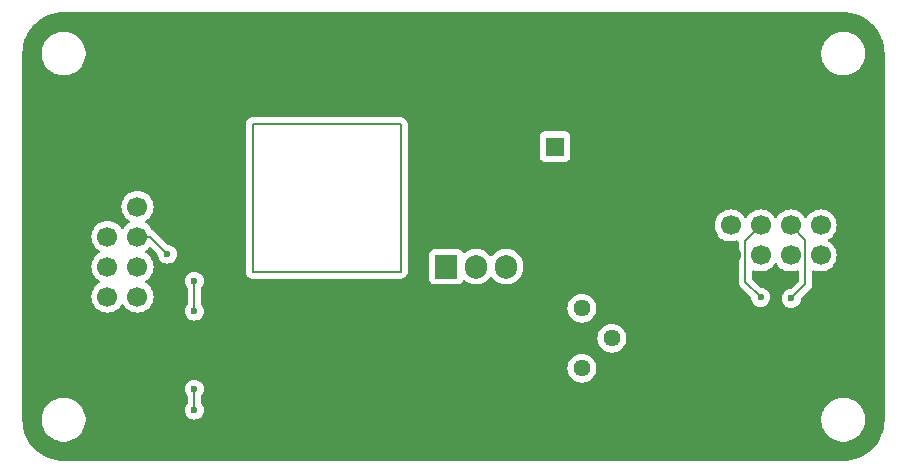
<source format=gbr>
%TF.GenerationSoftware,KiCad,Pcbnew,8.0.3*%
%TF.CreationDate,2024-06-06T01:49:00+12:00*%
%TF.ProjectId,power_supply,706f7765-725f-4737-9570-706c792e6b69,0.1.1*%
%TF.SameCoordinates,Original*%
%TF.FileFunction,Copper,L2,Bot*%
%TF.FilePolarity,Positive*%
%FSLAX46Y46*%
G04 Gerber Fmt 4.6, Leading zero omitted, Abs format (unit mm)*
G04 Created by KiCad (PCBNEW 8.0.3) date 2024-06-06 01:49:00*
%MOMM*%
%LPD*%
G01*
G04 APERTURE LIST*
G04 Aperture macros list*
%AMRoundRect*
0 Rectangle with rounded corners*
0 $1 Rounding radius*
0 $2 $3 $4 $5 $6 $7 $8 $9 X,Y pos of 4 corners*
0 Add a 4 corners polygon primitive as box body*
4,1,4,$2,$3,$4,$5,$6,$7,$8,$9,$2,$3,0*
0 Add four circle primitives for the rounded corners*
1,1,$1+$1,$2,$3*
1,1,$1+$1,$4,$5*
1,1,$1+$1,$6,$7*
1,1,$1+$1,$8,$9*
0 Add four rect primitives between the rounded corners*
20,1,$1+$1,$2,$3,$4,$5,0*
20,1,$1+$1,$4,$5,$6,$7,0*
20,1,$1+$1,$6,$7,$8,$9,0*
20,1,$1+$1,$8,$9,$2,$3,0*%
G04 Aperture macros list end*
%TA.AperFunction,NonConductor*%
%ADD10C,0.200000*%
%TD*%
%TA.AperFunction,ComponentPad*%
%ADD11R,1.905000X2.000000*%
%TD*%
%TA.AperFunction,ComponentPad*%
%ADD12O,1.905000X2.000000*%
%TD*%
%TA.AperFunction,ComponentPad*%
%ADD13RoundRect,0.250000X-0.600000X-0.600000X0.600000X-0.600000X0.600000X0.600000X-0.600000X0.600000X0*%
%TD*%
%TA.AperFunction,ComponentPad*%
%ADD14C,1.700000*%
%TD*%
%TA.AperFunction,ComponentPad*%
%ADD15RoundRect,0.250000X0.600000X-0.600000X0.600000X0.600000X-0.600000X0.600000X-0.600000X-0.600000X0*%
%TD*%
%TA.AperFunction,ComponentPad*%
%ADD16R,1.600000X1.600000*%
%TD*%
%TA.AperFunction,ComponentPad*%
%ADD17C,1.600000*%
%TD*%
%TA.AperFunction,ComponentPad*%
%ADD18C,1.440000*%
%TD*%
%TA.AperFunction,ViaPad*%
%ADD19C,1.600000*%
%TD*%
%TA.AperFunction,ViaPad*%
%ADD20C,0.600000*%
%TD*%
%TA.AperFunction,ViaPad*%
%ADD21C,1.000000*%
%TD*%
%TA.AperFunction,Conductor*%
%ADD22C,0.130000*%
%TD*%
G04 APERTURE END LIST*
D10*
X136000000Y-75990000D02*
X148520000Y-75990000D01*
X148520000Y-88470000D01*
X136000000Y-88470000D01*
X136000000Y-75990000D01*
D11*
%TO.P,Q1,1,G*%
%TO.N,/GATE_DRIVE*%
X152385000Y-88045000D03*
D12*
%TO.P,Q1,2,D*%
%TO.N,/DRAIN*%
X154925000Y-88045000D03*
%TO.P,Q1,3,S*%
%TO.N,/CURRENT_SENSE*%
X157465000Y-88045000D03*
%TD*%
D13*
%TO.P,J2,1,Pin_1*%
%TO.N,GND*%
X123707500Y-80420000D03*
D14*
%TO.P,J2,2,Pin_2*%
X126247500Y-80420000D03*
%TO.P,J2,3,Pin_3*%
X123707500Y-82960000D03*
%TO.P,J2,4,Pin_4*%
%TO.N,LATCH*%
X126247500Y-82960000D03*
%TO.P,J2,5,Pin_5*%
%TO.N,CLK*%
X123707500Y-85500000D03*
%TO.P,J2,6,Pin_6*%
%TO.N,OE*%
X126247500Y-85500000D03*
%TO.P,J2,7,Pin_7*%
%TO.N,SER*%
X123707500Y-88040000D03*
%TO.P,J2,8,Pin_8*%
%TO.N,+3V3*%
X126247500Y-88040000D03*
%TO.P,J2,9,Pin_9*%
%TO.N,VBUS*%
X123707500Y-90580000D03*
%TO.P,J2,10,Pin_10*%
X126247500Y-90580000D03*
%TD*%
D15*
%TO.P,J3,1,Pin_1*%
%TO.N,GND*%
X173920000Y-87100000D03*
D14*
%TO.P,J3,2,Pin_2*%
X173920000Y-84560000D03*
%TO.P,J3,3,Pin_3*%
X176460000Y-87100000D03*
%TO.P,J3,4,Pin_4*%
%TO.N,+3V3*%
X176460000Y-84560000D03*
%TO.P,J3,5,Pin_5*%
%TO.N,170V*%
X179000000Y-87100000D03*
%TO.P,J3,6,Pin_6*%
%TO.N,SER*%
X179000000Y-84560000D03*
%TO.P,J3,7,Pin_7*%
%TO.N,170V*%
X181540000Y-87100000D03*
%TO.P,J3,8,Pin_8*%
%TO.N,OE*%
X181540000Y-84560000D03*
%TO.P,J3,9,Pin_9*%
%TO.N,CLK*%
X184080000Y-87100000D03*
%TO.P,J3,10,Pin_10*%
%TO.N,LATCH*%
X184080000Y-84560000D03*
%TD*%
D16*
%TO.P,C4,1*%
%TO.N,170V*%
X161600000Y-77892651D03*
D17*
%TO.P,C4,2*%
%TO.N,GND*%
X161600000Y-74392651D03*
%TD*%
D18*
%TO.P,RV1,1,1*%
%TO.N,FB*%
X163875000Y-91565000D03*
%TO.P,RV1,2,2*%
%TO.N,/FB_PD*%
X166415000Y-94105000D03*
%TO.P,RV1,3,3*%
X163875000Y-96645000D03*
%TD*%
D19*
%TO.N,GND*%
X144500000Y-93390000D03*
D20*
X160300000Y-92640000D03*
D21*
X150800000Y-95340000D03*
D20*
X160300000Y-94740000D03*
D21*
X152300000Y-95340000D03*
D20*
X159500000Y-92640000D03*
D21*
X160100000Y-95740000D03*
D20*
X159500000Y-94740000D03*
D21*
X153000000Y-73640000D03*
X153000000Y-74740000D03*
D19*
X158000000Y-74090000D03*
X156250000Y-74090000D03*
X159750000Y-74090000D03*
X154500000Y-74040000D03*
D20*
X168500000Y-91640000D03*
%TO.N,SER*%
X179000000Y-90640000D03*
%TO.N,OE*%
X181600000Y-90740000D03*
X131064000Y-91821000D03*
X128778000Y-86995000D03*
X131064000Y-100203000D03*
X131064000Y-98425000D03*
X131064000Y-89281000D03*
%TD*%
D22*
%TO.N,SER*%
X177700000Y-89340000D02*
X177700000Y-85860000D01*
X179000000Y-90640000D02*
X177700000Y-89340000D01*
X177700000Y-85860000D02*
X179000000Y-84560000D01*
%TO.N,OE*%
X182800000Y-85820000D02*
X181540000Y-84560000D01*
X131064000Y-100203000D02*
X131064000Y-98425000D01*
X182800000Y-89540000D02*
X182800000Y-85820000D01*
X127283000Y-85500000D02*
X126247500Y-85500000D01*
X128778000Y-86995000D02*
X127283000Y-85500000D01*
X131064000Y-91821000D02*
X131064000Y-89281000D01*
X181600000Y-90740000D02*
X182800000Y-89540000D01*
%TD*%
%TA.AperFunction,Conductor*%
%TO.N,GND*%
G36*
X186003032Y-66500648D02*
G01*
X186336929Y-66517052D01*
X186349037Y-66518245D01*
X186452146Y-66533539D01*
X186676699Y-66566849D01*
X186688617Y-66569219D01*
X187009951Y-66649709D01*
X187021588Y-66653240D01*
X187092806Y-66678722D01*
X187333467Y-66764832D01*
X187344688Y-66769479D01*
X187644163Y-66911120D01*
X187654871Y-66916844D01*
X187938988Y-67087137D01*
X187949106Y-67093897D01*
X188215170Y-67291224D01*
X188224576Y-67298944D01*
X188470013Y-67521395D01*
X188478604Y-67529986D01*
X188665755Y-67736475D01*
X188701055Y-67775423D01*
X188708775Y-67784829D01*
X188906102Y-68050893D01*
X188912862Y-68061011D01*
X189041776Y-68276092D01*
X189083148Y-68345116D01*
X189088883Y-68355844D01*
X189205651Y-68602730D01*
X189230514Y-68655297D01*
X189235170Y-68666540D01*
X189346759Y-68978411D01*
X189350292Y-68990055D01*
X189430777Y-69311369D01*
X189433151Y-69323305D01*
X189481754Y-69650962D01*
X189482947Y-69663071D01*
X189499351Y-69996966D01*
X189499500Y-70003051D01*
X189499500Y-100996948D01*
X189499351Y-101003033D01*
X189482947Y-101336928D01*
X189481754Y-101349037D01*
X189433151Y-101676694D01*
X189430777Y-101688630D01*
X189350292Y-102009944D01*
X189346759Y-102021588D01*
X189235170Y-102333459D01*
X189230514Y-102344702D01*
X189088885Y-102644151D01*
X189083148Y-102654883D01*
X188912862Y-102938988D01*
X188906102Y-102949106D01*
X188708775Y-103215170D01*
X188701055Y-103224576D01*
X188478611Y-103470006D01*
X188470006Y-103478611D01*
X188224576Y-103701055D01*
X188215170Y-103708775D01*
X187949106Y-103906102D01*
X187938988Y-103912862D01*
X187654883Y-104083148D01*
X187644151Y-104088885D01*
X187344702Y-104230514D01*
X187333459Y-104235170D01*
X187021588Y-104346759D01*
X187009944Y-104350292D01*
X186688630Y-104430777D01*
X186676694Y-104433151D01*
X186349037Y-104481754D01*
X186336928Y-104482947D01*
X186021989Y-104498419D01*
X186003031Y-104499351D01*
X185996949Y-104499500D01*
X120003051Y-104499500D01*
X119996968Y-104499351D01*
X119976900Y-104498365D01*
X119663071Y-104482947D01*
X119650962Y-104481754D01*
X119323305Y-104433151D01*
X119311369Y-104430777D01*
X118990055Y-104350292D01*
X118978411Y-104346759D01*
X118666540Y-104235170D01*
X118655301Y-104230515D01*
X118355844Y-104088883D01*
X118345121Y-104083150D01*
X118061011Y-103912862D01*
X118050893Y-103906102D01*
X117784829Y-103708775D01*
X117775423Y-103701055D01*
X117736475Y-103665755D01*
X117529986Y-103478604D01*
X117521395Y-103470013D01*
X117298944Y-103224576D01*
X117291224Y-103215170D01*
X117093897Y-102949106D01*
X117087137Y-102938988D01*
X116979766Y-102759850D01*
X116916844Y-102654871D01*
X116911120Y-102644163D01*
X116769479Y-102344688D01*
X116764829Y-102333459D01*
X116653240Y-102021588D01*
X116649707Y-102009944D01*
X116640958Y-101975015D01*
X116569219Y-101688617D01*
X116566848Y-101676694D01*
X116518245Y-101349037D01*
X116517052Y-101336927D01*
X116500649Y-101003032D01*
X116500500Y-100996948D01*
X116500500Y-100878456D01*
X118145500Y-100878456D01*
X118145500Y-101121543D01*
X118145501Y-101121559D01*
X118177230Y-101362569D01*
X118240149Y-101597386D01*
X118333175Y-101821972D01*
X118333182Y-101821987D01*
X118454730Y-102032516D01*
X118602722Y-102225380D01*
X118602730Y-102225389D01*
X118774611Y-102397270D01*
X118774619Y-102397277D01*
X118967483Y-102545269D01*
X119178012Y-102666817D01*
X119178027Y-102666824D01*
X119294171Y-102714932D01*
X119402612Y-102759850D01*
X119637429Y-102822769D01*
X119878450Y-102854500D01*
X119878457Y-102854500D01*
X120121543Y-102854500D01*
X120121550Y-102854500D01*
X120362571Y-102822769D01*
X120597388Y-102759850D01*
X120821984Y-102666819D01*
X121032516Y-102545269D01*
X121225380Y-102397278D01*
X121225384Y-102397273D01*
X121225389Y-102397270D01*
X121397270Y-102225389D01*
X121397273Y-102225384D01*
X121397278Y-102225380D01*
X121545269Y-102032516D01*
X121666819Y-101821984D01*
X121759850Y-101597388D01*
X121822769Y-101362571D01*
X121854500Y-101121550D01*
X121854500Y-100878450D01*
X121822769Y-100637429D01*
X121759850Y-100402612D01*
X121666819Y-100178016D01*
X121666817Y-100178012D01*
X121545269Y-99967483D01*
X121397277Y-99774619D01*
X121397270Y-99774611D01*
X121225389Y-99602730D01*
X121225380Y-99602722D01*
X121032516Y-99454730D01*
X120821987Y-99333182D01*
X120821972Y-99333175D01*
X120597386Y-99240149D01*
X120362569Y-99177230D01*
X120121559Y-99145501D01*
X120121556Y-99145500D01*
X120121550Y-99145500D01*
X119878450Y-99145500D01*
X119878444Y-99145500D01*
X119878440Y-99145501D01*
X119637430Y-99177230D01*
X119402613Y-99240149D01*
X119178027Y-99333175D01*
X119178012Y-99333182D01*
X118967483Y-99454730D01*
X118774619Y-99602722D01*
X118602722Y-99774619D01*
X118454730Y-99967483D01*
X118333182Y-100178012D01*
X118333175Y-100178027D01*
X118240149Y-100402613D01*
X118177230Y-100637430D01*
X118145501Y-100878440D01*
X118145500Y-100878456D01*
X116500500Y-100878456D01*
X116500500Y-98424996D01*
X130258435Y-98424996D01*
X130258435Y-98425003D01*
X130278630Y-98604249D01*
X130278631Y-98604254D01*
X130338211Y-98774523D01*
X130434184Y-98927262D01*
X130462181Y-98955259D01*
X130495666Y-99016582D01*
X130498500Y-99042940D01*
X130498500Y-99585060D01*
X130478815Y-99652099D01*
X130462181Y-99672741D01*
X130434184Y-99700737D01*
X130338211Y-99853476D01*
X130278631Y-100023745D01*
X130278630Y-100023750D01*
X130258435Y-100202996D01*
X130258435Y-100203003D01*
X130278630Y-100382249D01*
X130278631Y-100382254D01*
X130338211Y-100552523D01*
X130391562Y-100637430D01*
X130434184Y-100705262D01*
X130561738Y-100832816D01*
X130714478Y-100928789D01*
X130884745Y-100988368D01*
X130884750Y-100988369D01*
X131063996Y-101008565D01*
X131064000Y-101008565D01*
X131064004Y-101008565D01*
X131243249Y-100988369D01*
X131243252Y-100988368D01*
X131243255Y-100988368D01*
X131413522Y-100928789D01*
X131493626Y-100878456D01*
X184145500Y-100878456D01*
X184145500Y-101121543D01*
X184145501Y-101121559D01*
X184177230Y-101362569D01*
X184240149Y-101597386D01*
X184333175Y-101821972D01*
X184333182Y-101821987D01*
X184454730Y-102032516D01*
X184602722Y-102225380D01*
X184602730Y-102225389D01*
X184774611Y-102397270D01*
X184774619Y-102397277D01*
X184967483Y-102545269D01*
X185178012Y-102666817D01*
X185178027Y-102666824D01*
X185294171Y-102714932D01*
X185402612Y-102759850D01*
X185637429Y-102822769D01*
X185878450Y-102854500D01*
X185878457Y-102854500D01*
X186121543Y-102854500D01*
X186121550Y-102854500D01*
X186362571Y-102822769D01*
X186597388Y-102759850D01*
X186821984Y-102666819D01*
X187032516Y-102545269D01*
X187225380Y-102397278D01*
X187225384Y-102397273D01*
X187225389Y-102397270D01*
X187397270Y-102225389D01*
X187397273Y-102225384D01*
X187397278Y-102225380D01*
X187545269Y-102032516D01*
X187666819Y-101821984D01*
X187759850Y-101597388D01*
X187822769Y-101362571D01*
X187854500Y-101121550D01*
X187854500Y-100878450D01*
X187822769Y-100637429D01*
X187759850Y-100402612D01*
X187666819Y-100178016D01*
X187666817Y-100178012D01*
X187545269Y-99967483D01*
X187397277Y-99774619D01*
X187397270Y-99774611D01*
X187225389Y-99602730D01*
X187225380Y-99602722D01*
X187032516Y-99454730D01*
X186821987Y-99333182D01*
X186821972Y-99333175D01*
X186597386Y-99240149D01*
X186362569Y-99177230D01*
X186121559Y-99145501D01*
X186121556Y-99145500D01*
X186121550Y-99145500D01*
X185878450Y-99145500D01*
X185878444Y-99145500D01*
X185878440Y-99145501D01*
X185637430Y-99177230D01*
X185402613Y-99240149D01*
X185178027Y-99333175D01*
X185178012Y-99333182D01*
X184967483Y-99454730D01*
X184774619Y-99602722D01*
X184602722Y-99774619D01*
X184454730Y-99967483D01*
X184333182Y-100178012D01*
X184333175Y-100178027D01*
X184240149Y-100402613D01*
X184177230Y-100637430D01*
X184145501Y-100878440D01*
X184145500Y-100878456D01*
X131493626Y-100878456D01*
X131566262Y-100832816D01*
X131693816Y-100705262D01*
X131789789Y-100552522D01*
X131849368Y-100382255D01*
X131869565Y-100203000D01*
X131866751Y-100178027D01*
X131849369Y-100023750D01*
X131849368Y-100023745D01*
X131789788Y-99853476D01*
X131740239Y-99774620D01*
X131693816Y-99700738D01*
X131665819Y-99672741D01*
X131632334Y-99611418D01*
X131629500Y-99585060D01*
X131629500Y-99042940D01*
X131649185Y-98975901D01*
X131665819Y-98955259D01*
X131693816Y-98927262D01*
X131789789Y-98774522D01*
X131849368Y-98604255D01*
X131869565Y-98425000D01*
X131849368Y-98245745D01*
X131789789Y-98075478D01*
X131693816Y-97922738D01*
X131566262Y-97795184D01*
X131413523Y-97699211D01*
X131243254Y-97639631D01*
X131243249Y-97639630D01*
X131064004Y-97619435D01*
X131063996Y-97619435D01*
X130884750Y-97639630D01*
X130884745Y-97639631D01*
X130714476Y-97699211D01*
X130561737Y-97795184D01*
X130434184Y-97922737D01*
X130338211Y-98075476D01*
X130278631Y-98245745D01*
X130278630Y-98245750D01*
X130258435Y-98424996D01*
X116500500Y-98424996D01*
X116500500Y-96644998D01*
X162649838Y-96644998D01*
X162649838Y-96645001D01*
X162668450Y-96857741D01*
X162668452Y-96857752D01*
X162723721Y-97064022D01*
X162723723Y-97064026D01*
X162723724Y-97064030D01*
X162766171Y-97155058D01*
X162813977Y-97257578D01*
X162936472Y-97432521D01*
X163087478Y-97583527D01*
X163087481Y-97583529D01*
X163262419Y-97706021D01*
X163262421Y-97706022D01*
X163262420Y-97706022D01*
X163326936Y-97736106D01*
X163455970Y-97796276D01*
X163662253Y-97851549D01*
X163814215Y-97864844D01*
X163874998Y-97870162D01*
X163875000Y-97870162D01*
X163875002Y-97870162D01*
X163928186Y-97865508D01*
X164087747Y-97851549D01*
X164294030Y-97796276D01*
X164487581Y-97706021D01*
X164662519Y-97583529D01*
X164813529Y-97432519D01*
X164936021Y-97257581D01*
X165026276Y-97064030D01*
X165081549Y-96857747D01*
X165100162Y-96645000D01*
X165081549Y-96432253D01*
X165026276Y-96225970D01*
X164936021Y-96032419D01*
X164813529Y-95857481D01*
X164813527Y-95857478D01*
X164662521Y-95706472D01*
X164487578Y-95583977D01*
X164487579Y-95583977D01*
X164358547Y-95523809D01*
X164294030Y-95493724D01*
X164294026Y-95493723D01*
X164294022Y-95493721D01*
X164087752Y-95438452D01*
X164087748Y-95438451D01*
X164087747Y-95438451D01*
X164087746Y-95438450D01*
X164087741Y-95438450D01*
X163875002Y-95419838D01*
X163874998Y-95419838D01*
X163662258Y-95438450D01*
X163662247Y-95438452D01*
X163455977Y-95493721D01*
X163455968Y-95493725D01*
X163262421Y-95583977D01*
X163087478Y-95706472D01*
X162936472Y-95857478D01*
X162813977Y-96032421D01*
X162723725Y-96225968D01*
X162723721Y-96225977D01*
X162668452Y-96432247D01*
X162668450Y-96432258D01*
X162649838Y-96644998D01*
X116500500Y-96644998D01*
X116500500Y-94104998D01*
X165189838Y-94104998D01*
X165189838Y-94105001D01*
X165208450Y-94317741D01*
X165208452Y-94317752D01*
X165263721Y-94524022D01*
X165263723Y-94524026D01*
X165263724Y-94524030D01*
X165306171Y-94615058D01*
X165353977Y-94717578D01*
X165476472Y-94892521D01*
X165627478Y-95043527D01*
X165627481Y-95043529D01*
X165802419Y-95166021D01*
X165802421Y-95166022D01*
X165802420Y-95166022D01*
X165866936Y-95196106D01*
X165995970Y-95256276D01*
X166202253Y-95311549D01*
X166354215Y-95324844D01*
X166414998Y-95330162D01*
X166415000Y-95330162D01*
X166415002Y-95330162D01*
X166468186Y-95325508D01*
X166627747Y-95311549D01*
X166834030Y-95256276D01*
X167027581Y-95166021D01*
X167202519Y-95043529D01*
X167353529Y-94892519D01*
X167476021Y-94717581D01*
X167566276Y-94524030D01*
X167621549Y-94317747D01*
X167640162Y-94105000D01*
X167621549Y-93892253D01*
X167566276Y-93685970D01*
X167476021Y-93492419D01*
X167353529Y-93317481D01*
X167353527Y-93317478D01*
X167202521Y-93166472D01*
X167027578Y-93043977D01*
X167027579Y-93043977D01*
X166898547Y-92983809D01*
X166834030Y-92953724D01*
X166834026Y-92953723D01*
X166834022Y-92953721D01*
X166627752Y-92898452D01*
X166627748Y-92898451D01*
X166627747Y-92898451D01*
X166627746Y-92898450D01*
X166627741Y-92898450D01*
X166415002Y-92879838D01*
X166414998Y-92879838D01*
X166202258Y-92898450D01*
X166202247Y-92898452D01*
X165995977Y-92953721D01*
X165995968Y-92953725D01*
X165802421Y-93043977D01*
X165627478Y-93166472D01*
X165476472Y-93317478D01*
X165353977Y-93492421D01*
X165263725Y-93685968D01*
X165263721Y-93685977D01*
X165208452Y-93892247D01*
X165208450Y-93892258D01*
X165189838Y-94104998D01*
X116500500Y-94104998D01*
X116500500Y-85499999D01*
X122351841Y-85499999D01*
X122351841Y-85500000D01*
X122372436Y-85735403D01*
X122372438Y-85735413D01*
X122433594Y-85963655D01*
X122433596Y-85963659D01*
X122433597Y-85963663D01*
X122437500Y-85972032D01*
X122533465Y-86177830D01*
X122533467Y-86177834D01*
X122640725Y-86331013D01*
X122669001Y-86371396D01*
X122669006Y-86371402D01*
X122836097Y-86538493D01*
X122836103Y-86538498D01*
X123021658Y-86668425D01*
X123065283Y-86723002D01*
X123072477Y-86792500D01*
X123040954Y-86854855D01*
X123021658Y-86871575D01*
X122836097Y-87001505D01*
X122669005Y-87168597D01*
X122533465Y-87362169D01*
X122533464Y-87362171D01*
X122439901Y-87562816D01*
X122435605Y-87572032D01*
X122433598Y-87576335D01*
X122433594Y-87576344D01*
X122372438Y-87804586D01*
X122372436Y-87804596D01*
X122351841Y-88039999D01*
X122351841Y-88040000D01*
X122372436Y-88275403D01*
X122372438Y-88275413D01*
X122433594Y-88503655D01*
X122433596Y-88503659D01*
X122433597Y-88503663D01*
X122513504Y-88675023D01*
X122533465Y-88717830D01*
X122533467Y-88717834D01*
X122618105Y-88838709D01*
X122669001Y-88911396D01*
X122669006Y-88911402D01*
X122836097Y-89078493D01*
X122836103Y-89078498D01*
X123021658Y-89208425D01*
X123065283Y-89263002D01*
X123072477Y-89332500D01*
X123040954Y-89394855D01*
X123021658Y-89411575D01*
X122836097Y-89541505D01*
X122669005Y-89708597D01*
X122533465Y-89902169D01*
X122533464Y-89902171D01*
X122433598Y-90116335D01*
X122433594Y-90116344D01*
X122372438Y-90344586D01*
X122372436Y-90344596D01*
X122351841Y-90579999D01*
X122351841Y-90580000D01*
X122372436Y-90815403D01*
X122372438Y-90815413D01*
X122433594Y-91043655D01*
X122433596Y-91043659D01*
X122433597Y-91043663D01*
X122454982Y-91089523D01*
X122533465Y-91257830D01*
X122533467Y-91257834D01*
X122641781Y-91412521D01*
X122669005Y-91451401D01*
X122836099Y-91618495D01*
X122869311Y-91641750D01*
X123029665Y-91754032D01*
X123029667Y-91754033D01*
X123029670Y-91754035D01*
X123243837Y-91853903D01*
X123472092Y-91915063D01*
X123660418Y-91931539D01*
X123707499Y-91935659D01*
X123707500Y-91935659D01*
X123707501Y-91935659D01*
X123746734Y-91932226D01*
X123942908Y-91915063D01*
X124171163Y-91853903D01*
X124385330Y-91754035D01*
X124578901Y-91618495D01*
X124745995Y-91451401D01*
X124875925Y-91265842D01*
X124930502Y-91222217D01*
X125000000Y-91215023D01*
X125062355Y-91246546D01*
X125079075Y-91265842D01*
X125209000Y-91451395D01*
X125209005Y-91451401D01*
X125376099Y-91618495D01*
X125409311Y-91641750D01*
X125569665Y-91754032D01*
X125569667Y-91754033D01*
X125569670Y-91754035D01*
X125783837Y-91853903D01*
X126012092Y-91915063D01*
X126200418Y-91931539D01*
X126247499Y-91935659D01*
X126247500Y-91935659D01*
X126247501Y-91935659D01*
X126286734Y-91932226D01*
X126482908Y-91915063D01*
X126711163Y-91853903D01*
X126925330Y-91754035D01*
X127118901Y-91618495D01*
X127285995Y-91451401D01*
X127421535Y-91257830D01*
X127521403Y-91043663D01*
X127582563Y-90815408D01*
X127603159Y-90580000D01*
X127582563Y-90344592D01*
X127521403Y-90116337D01*
X127421535Y-89902171D01*
X127415925Y-89894158D01*
X127285994Y-89708597D01*
X127118902Y-89541506D01*
X127118896Y-89541501D01*
X126933342Y-89411575D01*
X126889717Y-89356998D01*
X126882523Y-89287500D01*
X126885811Y-89280996D01*
X130258435Y-89280996D01*
X130258435Y-89281003D01*
X130278630Y-89460249D01*
X130278631Y-89460254D01*
X130338211Y-89630523D01*
X130434184Y-89783262D01*
X130462181Y-89811259D01*
X130495666Y-89872582D01*
X130498500Y-89898940D01*
X130498500Y-91203060D01*
X130478815Y-91270099D01*
X130462181Y-91290741D01*
X130434184Y-91318737D01*
X130338211Y-91471476D01*
X130278631Y-91641745D01*
X130278630Y-91641750D01*
X130258435Y-91820996D01*
X130258435Y-91821003D01*
X130278630Y-92000249D01*
X130278631Y-92000254D01*
X130338211Y-92170523D01*
X130342646Y-92177581D01*
X130434184Y-92323262D01*
X130561738Y-92450816D01*
X130714478Y-92546789D01*
X130884745Y-92606368D01*
X130884750Y-92606369D01*
X131063996Y-92626565D01*
X131064000Y-92626565D01*
X131064004Y-92626565D01*
X131243249Y-92606369D01*
X131243252Y-92606368D01*
X131243255Y-92606368D01*
X131413522Y-92546789D01*
X131566262Y-92450816D01*
X131693816Y-92323262D01*
X131789789Y-92170522D01*
X131849368Y-92000255D01*
X131869565Y-91821000D01*
X131864692Y-91777752D01*
X131849369Y-91641750D01*
X131849368Y-91641745D01*
X131822513Y-91564998D01*
X162649838Y-91564998D01*
X162649838Y-91565001D01*
X162668450Y-91777741D01*
X162668452Y-91777752D01*
X162723721Y-91984022D01*
X162723723Y-91984026D01*
X162723724Y-91984030D01*
X162731290Y-92000255D01*
X162813977Y-92177578D01*
X162936472Y-92352521D01*
X163087478Y-92503527D01*
X163087481Y-92503529D01*
X163262419Y-92626021D01*
X163262421Y-92626022D01*
X163262420Y-92626022D01*
X163326936Y-92656106D01*
X163455970Y-92716276D01*
X163662253Y-92771549D01*
X163814215Y-92784844D01*
X163874998Y-92790162D01*
X163875000Y-92790162D01*
X163875002Y-92790162D01*
X163928186Y-92785508D01*
X164087747Y-92771549D01*
X164294030Y-92716276D01*
X164487581Y-92626021D01*
X164662519Y-92503529D01*
X164813529Y-92352519D01*
X164936021Y-92177581D01*
X165026276Y-91984030D01*
X165081549Y-91777747D01*
X165100162Y-91565000D01*
X165081549Y-91352253D01*
X165026276Y-91145970D01*
X164936021Y-90952419D01*
X164813529Y-90777481D01*
X164813527Y-90777478D01*
X164662521Y-90626472D01*
X164487578Y-90503977D01*
X164487579Y-90503977D01*
X164358547Y-90443809D01*
X164294030Y-90413724D01*
X164294026Y-90413723D01*
X164294022Y-90413721D01*
X164087752Y-90358452D01*
X164087748Y-90358451D01*
X164087747Y-90358451D01*
X164087746Y-90358450D01*
X164087741Y-90358450D01*
X163875002Y-90339838D01*
X163874998Y-90339838D01*
X163662258Y-90358450D01*
X163662247Y-90358452D01*
X163455977Y-90413721D01*
X163455968Y-90413725D01*
X163262421Y-90503977D01*
X163087478Y-90626472D01*
X162936472Y-90777478D01*
X162813977Y-90952421D01*
X162723725Y-91145968D01*
X162723721Y-91145977D01*
X162668452Y-91352247D01*
X162668450Y-91352258D01*
X162649838Y-91564998D01*
X131822513Y-91564998D01*
X131789789Y-91471478D01*
X131786214Y-91465789D01*
X131723380Y-91365789D01*
X131693816Y-91318738D01*
X131665819Y-91290741D01*
X131632334Y-91229418D01*
X131629500Y-91203060D01*
X131629500Y-89898940D01*
X131649185Y-89831901D01*
X131665819Y-89811259D01*
X131674065Y-89803013D01*
X131693816Y-89783262D01*
X131789789Y-89630522D01*
X131849368Y-89460255D01*
X131849369Y-89460249D01*
X131869565Y-89281003D01*
X131869565Y-89280996D01*
X131849369Y-89101750D01*
X131849368Y-89101745D01*
X131846263Y-89092872D01*
X131789789Y-88931478D01*
X131777174Y-88911402D01*
X131693815Y-88778737D01*
X131566262Y-88651184D01*
X131413523Y-88555211D01*
X131243254Y-88495631D01*
X131243249Y-88495630D01*
X131064004Y-88475435D01*
X131063996Y-88475435D01*
X130884750Y-88495630D01*
X130884745Y-88495631D01*
X130714476Y-88555211D01*
X130561737Y-88651184D01*
X130434184Y-88778737D01*
X130338211Y-88931476D01*
X130278631Y-89101745D01*
X130278630Y-89101750D01*
X130258435Y-89280996D01*
X126885811Y-89280996D01*
X126914046Y-89225145D01*
X126933342Y-89208425D01*
X127028091Y-89142081D01*
X127118901Y-89078495D01*
X127285995Y-88911401D01*
X127421535Y-88717830D01*
X127521403Y-88503663D01*
X127582563Y-88275408D01*
X127603159Y-88040000D01*
X127582563Y-87804592D01*
X127521403Y-87576337D01*
X127421535Y-87362171D01*
X127415925Y-87354158D01*
X127285994Y-87168597D01*
X127118902Y-87001506D01*
X127118896Y-87001501D01*
X126933342Y-86871575D01*
X126889717Y-86816998D01*
X126882523Y-86747500D01*
X126914046Y-86685145D01*
X126933342Y-86668425D01*
X127029346Y-86601202D01*
X127118901Y-86538495D01*
X127232648Y-86424748D01*
X127293971Y-86391263D01*
X127363663Y-86396247D01*
X127408010Y-86424748D01*
X127941013Y-86957751D01*
X127974498Y-87019074D01*
X127976552Y-87031548D01*
X127992630Y-87174250D01*
X127992631Y-87174254D01*
X128052211Y-87344523D01*
X128070390Y-87373454D01*
X128148184Y-87497262D01*
X128275738Y-87624816D01*
X128428478Y-87720789D01*
X128489716Y-87742217D01*
X128598745Y-87780368D01*
X128598750Y-87780369D01*
X128777996Y-87800565D01*
X128778000Y-87800565D01*
X128778004Y-87800565D01*
X128957249Y-87780369D01*
X128957252Y-87780368D01*
X128957255Y-87780368D01*
X129127522Y-87720789D01*
X129280262Y-87624816D01*
X129407816Y-87497262D01*
X129503789Y-87344522D01*
X129563368Y-87174255D01*
X129563369Y-87174249D01*
X129583565Y-86995003D01*
X129583565Y-86994996D01*
X129563369Y-86815750D01*
X129563368Y-86815745D01*
X129558793Y-86802671D01*
X129503789Y-86645478D01*
X129498045Y-86636337D01*
X129407815Y-86492737D01*
X129280262Y-86365184D01*
X129127523Y-86269211D01*
X128957254Y-86209631D01*
X128957250Y-86209630D01*
X128814548Y-86193552D01*
X128750134Y-86166485D01*
X128740751Y-86158013D01*
X127630226Y-85047488D01*
X127630221Y-85047484D01*
X127522285Y-84985168D01*
X127474070Y-84934602D01*
X127471903Y-84930185D01*
X127421537Y-84822175D01*
X127421534Y-84822169D01*
X127285994Y-84628597D01*
X127118902Y-84461506D01*
X127118896Y-84461501D01*
X126933342Y-84331575D01*
X126889717Y-84276998D01*
X126882523Y-84207500D01*
X126914046Y-84145145D01*
X126933342Y-84128425D01*
X126991122Y-84087967D01*
X127118901Y-83998495D01*
X127285995Y-83831401D01*
X127421535Y-83637830D01*
X127521403Y-83423663D01*
X127582563Y-83195408D01*
X127603159Y-82960000D01*
X127582563Y-82724592D01*
X127521403Y-82496337D01*
X127421535Y-82282171D01*
X127285995Y-82088599D01*
X127285994Y-82088597D01*
X127118902Y-81921506D01*
X127118895Y-81921501D01*
X126925334Y-81785967D01*
X126925330Y-81785965D01*
X126925328Y-81785964D01*
X126711163Y-81686097D01*
X126711159Y-81686096D01*
X126711155Y-81686094D01*
X126482913Y-81624938D01*
X126482903Y-81624936D01*
X126247501Y-81604341D01*
X126247499Y-81604341D01*
X126012096Y-81624936D01*
X126012086Y-81624938D01*
X125783844Y-81686094D01*
X125783835Y-81686098D01*
X125569671Y-81785964D01*
X125569669Y-81785965D01*
X125376097Y-81921505D01*
X125209005Y-82088597D01*
X125073465Y-82282169D01*
X125073464Y-82282171D01*
X124973598Y-82496335D01*
X124973594Y-82496344D01*
X124912438Y-82724586D01*
X124912436Y-82724596D01*
X124891841Y-82959999D01*
X124891841Y-82960000D01*
X124912436Y-83195403D01*
X124912438Y-83195413D01*
X124973594Y-83423655D01*
X124973596Y-83423659D01*
X124973597Y-83423663D01*
X125019220Y-83521501D01*
X125073465Y-83637830D01*
X125073467Y-83637834D01*
X125209001Y-83831395D01*
X125209006Y-83831402D01*
X125376097Y-83998493D01*
X125376103Y-83998498D01*
X125561658Y-84128425D01*
X125605283Y-84183002D01*
X125612477Y-84252500D01*
X125580954Y-84314855D01*
X125561658Y-84331575D01*
X125376097Y-84461505D01*
X125209005Y-84628597D01*
X125079075Y-84814158D01*
X125024498Y-84857783D01*
X124955000Y-84864977D01*
X124892645Y-84833454D01*
X124875925Y-84814158D01*
X124745994Y-84628597D01*
X124578902Y-84461506D01*
X124578895Y-84461501D01*
X124385334Y-84325967D01*
X124385330Y-84325965D01*
X124382373Y-84324586D01*
X124171163Y-84226097D01*
X124171159Y-84226096D01*
X124171155Y-84226094D01*
X123942913Y-84164938D01*
X123942903Y-84164936D01*
X123707501Y-84144341D01*
X123707499Y-84144341D01*
X123472096Y-84164936D01*
X123472086Y-84164938D01*
X123243844Y-84226094D01*
X123243835Y-84226098D01*
X123029671Y-84325964D01*
X123029669Y-84325965D01*
X122836097Y-84461505D01*
X122669005Y-84628597D01*
X122533465Y-84822169D01*
X122533464Y-84822171D01*
X122439901Y-85022816D01*
X122435605Y-85032032D01*
X122433598Y-85036335D01*
X122433594Y-85036344D01*
X122372438Y-85264586D01*
X122372436Y-85264596D01*
X122351841Y-85499999D01*
X116500500Y-85499999D01*
X116500500Y-75910943D01*
X135399500Y-75910943D01*
X135399500Y-88549057D01*
X135433253Y-88675023D01*
X135440423Y-88701783D01*
X135440426Y-88701790D01*
X135519475Y-88838709D01*
X135519479Y-88838714D01*
X135519480Y-88838716D01*
X135631284Y-88950520D01*
X135631286Y-88950521D01*
X135631290Y-88950524D01*
X135768209Y-89029573D01*
X135768216Y-89029577D01*
X135920943Y-89070500D01*
X135920945Y-89070500D01*
X148599055Y-89070500D01*
X148599057Y-89070500D01*
X148751784Y-89029577D01*
X148888716Y-88950520D01*
X149000520Y-88838716D01*
X149079577Y-88701784D01*
X149120500Y-88549057D01*
X149120500Y-86997135D01*
X150932000Y-86997135D01*
X150932000Y-89092870D01*
X150932001Y-89092876D01*
X150938408Y-89152483D01*
X150988702Y-89287328D01*
X150988706Y-89287335D01*
X151074952Y-89402544D01*
X151074955Y-89402547D01*
X151190164Y-89488793D01*
X151190171Y-89488797D01*
X151325017Y-89539091D01*
X151325016Y-89539091D01*
X151331944Y-89539835D01*
X151384627Y-89545500D01*
X153385372Y-89545499D01*
X153444983Y-89539091D01*
X153579831Y-89488796D01*
X153695046Y-89402546D01*
X153781296Y-89287331D01*
X153791690Y-89259460D01*
X153833560Y-89203527D01*
X153899023Y-89179108D01*
X153967297Y-89193958D01*
X153980746Y-89202465D01*
X154163462Y-89335217D01*
X154295599Y-89402544D01*
X154367244Y-89439049D01*
X154584751Y-89509721D01*
X154584752Y-89509721D01*
X154584755Y-89509722D01*
X154810646Y-89545500D01*
X154810647Y-89545500D01*
X155039353Y-89545500D01*
X155039354Y-89545500D01*
X155265245Y-89509722D01*
X155265248Y-89509721D01*
X155265249Y-89509721D01*
X155482755Y-89439049D01*
X155482755Y-89439048D01*
X155482758Y-89439048D01*
X155686538Y-89335217D01*
X155871566Y-89200786D01*
X156033286Y-89039066D01*
X156094683Y-88954559D01*
X156150012Y-88911896D01*
X156219625Y-88905917D01*
X156281420Y-88938523D01*
X156295314Y-88954556D01*
X156356714Y-89039066D01*
X156518434Y-89200786D01*
X156703462Y-89335217D01*
X156835599Y-89402544D01*
X156907244Y-89439049D01*
X157124751Y-89509721D01*
X157124752Y-89509721D01*
X157124755Y-89509722D01*
X157350646Y-89545500D01*
X157350647Y-89545500D01*
X157579353Y-89545500D01*
X157579354Y-89545500D01*
X157805245Y-89509722D01*
X157805248Y-89509721D01*
X157805249Y-89509721D01*
X158022755Y-89439049D01*
X158022755Y-89439048D01*
X158022758Y-89439048D01*
X158226538Y-89335217D01*
X158411566Y-89200786D01*
X158573286Y-89039066D01*
X158707717Y-88854038D01*
X158811548Y-88650258D01*
X158844430Y-88549057D01*
X158882221Y-88432749D01*
X158882221Y-88432748D01*
X158882222Y-88432745D01*
X158918000Y-88206854D01*
X158918000Y-87883146D01*
X158882222Y-87657255D01*
X158882221Y-87657251D01*
X158882221Y-87657250D01*
X158811549Y-87439744D01*
X158790169Y-87397783D01*
X158707717Y-87235962D01*
X158573286Y-87050934D01*
X158411566Y-86889214D01*
X158226538Y-86754783D01*
X158212244Y-86747500D01*
X158022755Y-86650950D01*
X157805248Y-86580278D01*
X157619812Y-86550908D01*
X157579354Y-86544500D01*
X157350646Y-86544500D01*
X157310188Y-86550908D01*
X157124753Y-86580278D01*
X157124750Y-86580278D01*
X156907244Y-86650950D01*
X156703461Y-86754783D01*
X156599194Y-86830538D01*
X156518434Y-86889214D01*
X156518432Y-86889216D01*
X156518431Y-86889216D01*
X156356715Y-87050932D01*
X156295318Y-87135438D01*
X156239987Y-87178103D01*
X156170374Y-87184082D01*
X156108579Y-87151476D01*
X156094682Y-87135438D01*
X156083773Y-87120423D01*
X156033286Y-87050934D01*
X155871566Y-86889214D01*
X155686538Y-86754783D01*
X155672244Y-86747500D01*
X155482755Y-86650950D01*
X155265248Y-86580278D01*
X155079812Y-86550908D01*
X155039354Y-86544500D01*
X154810646Y-86544500D01*
X154770188Y-86550908D01*
X154584753Y-86580278D01*
X154584750Y-86580278D01*
X154367244Y-86650950D01*
X154163461Y-86754783D01*
X154059194Y-86830538D01*
X154010434Y-86865965D01*
X153980759Y-86887525D01*
X153914952Y-86911005D01*
X153846898Y-86895180D01*
X153798203Y-86845074D01*
X153791690Y-86830538D01*
X153781296Y-86802669D01*
X153781293Y-86802664D01*
X153695047Y-86687455D01*
X153695044Y-86687452D01*
X153579835Y-86601206D01*
X153579828Y-86601202D01*
X153444982Y-86550908D01*
X153444983Y-86550908D01*
X153385383Y-86544501D01*
X153385381Y-86544500D01*
X153385373Y-86544500D01*
X153385364Y-86544500D01*
X151384629Y-86544500D01*
X151384623Y-86544501D01*
X151325016Y-86550908D01*
X151190171Y-86601202D01*
X151190164Y-86601206D01*
X151074955Y-86687452D01*
X151074952Y-86687455D01*
X150988706Y-86802664D01*
X150988702Y-86802671D01*
X150938408Y-86937517D01*
X150932001Y-86997116D01*
X150932000Y-86997135D01*
X149120500Y-86997135D01*
X149120500Y-84559999D01*
X175104341Y-84559999D01*
X175104341Y-84560000D01*
X175124936Y-84795403D01*
X175124938Y-84795413D01*
X175186094Y-85023655D01*
X175186096Y-85023659D01*
X175186097Y-85023663D01*
X175197207Y-85047488D01*
X175285965Y-85237830D01*
X175285967Y-85237834D01*
X175394281Y-85392521D01*
X175421505Y-85431401D01*
X175588599Y-85598495D01*
X175685384Y-85666265D01*
X175782165Y-85734032D01*
X175782167Y-85734033D01*
X175782170Y-85734035D01*
X175996337Y-85833903D01*
X176224592Y-85895063D01*
X176412918Y-85911539D01*
X176459999Y-85915659D01*
X176460000Y-85915659D01*
X176460001Y-85915659D01*
X176499234Y-85912226D01*
X176695408Y-85895063D01*
X176923663Y-85833903D01*
X176958096Y-85817846D01*
X177027170Y-85807354D01*
X177090955Y-85835872D01*
X177129196Y-85894348D01*
X177134500Y-85930228D01*
X177134500Y-89265550D01*
X177134500Y-89414450D01*
X177160028Y-89509721D01*
X177173038Y-89558276D01*
X177173039Y-89558277D01*
X177247484Y-89687221D01*
X177247488Y-89687226D01*
X178163013Y-90602751D01*
X178196498Y-90664074D01*
X178198552Y-90676548D01*
X178214630Y-90819250D01*
X178214631Y-90819254D01*
X178274211Y-90989523D01*
X178337045Y-91089522D01*
X178370184Y-91142262D01*
X178497738Y-91269816D01*
X178531040Y-91290741D01*
X178628943Y-91352258D01*
X178650478Y-91365789D01*
X178661984Y-91369815D01*
X178820745Y-91425368D01*
X178820750Y-91425369D01*
X178999996Y-91445565D01*
X179000000Y-91445565D01*
X179000004Y-91445565D01*
X179179249Y-91425369D01*
X179179252Y-91425368D01*
X179179255Y-91425368D01*
X179349522Y-91365789D01*
X179502262Y-91269816D01*
X179629816Y-91142262D01*
X179725789Y-90989522D01*
X179785368Y-90819255D01*
X179785801Y-90815413D01*
X179805565Y-90640003D01*
X179805565Y-90639996D01*
X179785369Y-90460750D01*
X179785368Y-90460745D01*
X179768914Y-90413721D01*
X179725789Y-90290478D01*
X179629816Y-90137738D01*
X179502262Y-90010184D01*
X179413852Y-89954632D01*
X179349523Y-89914211D01*
X179179254Y-89854631D01*
X179179250Y-89854630D01*
X179036548Y-89838552D01*
X178972134Y-89811485D01*
X178962751Y-89803013D01*
X178301819Y-89142081D01*
X178268334Y-89080758D01*
X178265500Y-89054400D01*
X178265500Y-88442250D01*
X178285185Y-88375211D01*
X178337989Y-88329456D01*
X178407147Y-88319512D01*
X178441901Y-88329867D01*
X178536337Y-88373903D01*
X178536342Y-88373904D01*
X178536344Y-88373905D01*
X178576024Y-88384537D01*
X178764592Y-88435063D01*
X178952918Y-88451539D01*
X178999999Y-88455659D01*
X179000000Y-88455659D01*
X179000001Y-88455659D01*
X179046668Y-88451576D01*
X179235408Y-88435063D01*
X179463663Y-88373903D01*
X179677830Y-88274035D01*
X179871401Y-88138495D01*
X180038495Y-87971401D01*
X180168425Y-87785842D01*
X180223002Y-87742217D01*
X180292500Y-87735023D01*
X180354855Y-87766546D01*
X180371575Y-87785842D01*
X180501500Y-87971395D01*
X180501505Y-87971401D01*
X180668599Y-88138495D01*
X180765384Y-88206265D01*
X180862165Y-88274032D01*
X180862167Y-88274033D01*
X180862170Y-88274035D01*
X181076337Y-88373903D01*
X181076343Y-88373904D01*
X181076344Y-88373905D01*
X181116024Y-88384537D01*
X181304592Y-88435063D01*
X181492918Y-88451539D01*
X181539999Y-88455659D01*
X181540000Y-88455659D01*
X181540001Y-88455659D01*
X181586668Y-88451576D01*
X181775408Y-88435063D01*
X182003663Y-88373903D01*
X182058098Y-88348519D01*
X182127171Y-88338028D01*
X182190956Y-88366547D01*
X182229196Y-88425023D01*
X182234500Y-88460902D01*
X182234500Y-89254399D01*
X182214815Y-89321438D01*
X182198181Y-89342080D01*
X181637247Y-89903013D01*
X181575924Y-89936498D01*
X181563450Y-89938552D01*
X181420749Y-89954630D01*
X181420745Y-89954631D01*
X181250476Y-90014211D01*
X181097737Y-90110184D01*
X180970184Y-90237737D01*
X180874211Y-90390476D01*
X180814631Y-90560745D01*
X180814630Y-90560750D01*
X180794435Y-90739996D01*
X180794435Y-90740003D01*
X180814630Y-90919249D01*
X180814631Y-90919254D01*
X180874211Y-91089523D01*
X180957589Y-91222217D01*
X180970184Y-91242262D01*
X181097738Y-91369816D01*
X181186148Y-91425368D01*
X181227579Y-91451401D01*
X181250478Y-91465789D01*
X181420745Y-91525368D01*
X181420750Y-91525369D01*
X181599996Y-91545565D01*
X181600000Y-91545565D01*
X181600004Y-91545565D01*
X181779249Y-91525369D01*
X181779252Y-91525368D01*
X181779255Y-91525368D01*
X181949522Y-91465789D01*
X182102262Y-91369816D01*
X182229816Y-91242262D01*
X182325789Y-91089522D01*
X182385368Y-90919255D01*
X182401447Y-90776547D01*
X182428513Y-90712134D01*
X182436976Y-90702760D01*
X183252513Y-89887225D01*
X183326962Y-89758275D01*
X183365500Y-89614450D01*
X183365500Y-89465550D01*
X183365500Y-88451576D01*
X183385185Y-88384537D01*
X183437989Y-88338782D01*
X183507147Y-88328838D01*
X183541900Y-88339192D01*
X183616337Y-88373903D01*
X183616342Y-88373904D01*
X183616344Y-88373905D01*
X183656024Y-88384537D01*
X183844592Y-88435063D01*
X184032918Y-88451539D01*
X184079999Y-88455659D01*
X184080000Y-88455659D01*
X184080001Y-88455659D01*
X184126668Y-88451576D01*
X184315408Y-88435063D01*
X184543663Y-88373903D01*
X184757830Y-88274035D01*
X184951401Y-88138495D01*
X185118495Y-87971401D01*
X185254035Y-87777830D01*
X185353903Y-87563663D01*
X185415063Y-87335408D01*
X185435659Y-87100000D01*
X185415063Y-86864592D01*
X185357819Y-86650952D01*
X185353905Y-86636344D01*
X185353904Y-86636343D01*
X185353903Y-86636337D01*
X185254035Y-86422171D01*
X185248425Y-86414158D01*
X185118494Y-86228597D01*
X184951402Y-86061506D01*
X184951396Y-86061501D01*
X184765842Y-85931575D01*
X184722217Y-85876998D01*
X184715023Y-85807500D01*
X184746546Y-85745145D01*
X184765842Y-85728425D01*
X184806768Y-85699768D01*
X184951401Y-85598495D01*
X185118495Y-85431401D01*
X185254035Y-85237830D01*
X185353903Y-85023663D01*
X185415063Y-84795408D01*
X185435659Y-84560000D01*
X185415063Y-84324592D01*
X185353903Y-84096337D01*
X185254035Y-83882171D01*
X185248425Y-83874158D01*
X185118494Y-83688597D01*
X184951402Y-83521506D01*
X184951395Y-83521501D01*
X184757834Y-83385967D01*
X184757830Y-83385965D01*
X184757828Y-83385964D01*
X184543663Y-83286097D01*
X184543659Y-83286096D01*
X184543655Y-83286094D01*
X184315413Y-83224938D01*
X184315403Y-83224936D01*
X184080001Y-83204341D01*
X184079999Y-83204341D01*
X183844596Y-83224936D01*
X183844586Y-83224938D01*
X183616344Y-83286094D01*
X183616335Y-83286098D01*
X183402171Y-83385964D01*
X183402169Y-83385965D01*
X183208597Y-83521505D01*
X183041505Y-83688597D01*
X182911575Y-83874158D01*
X182856998Y-83917783D01*
X182787500Y-83924977D01*
X182725145Y-83893454D01*
X182708425Y-83874158D01*
X182578494Y-83688597D01*
X182411402Y-83521506D01*
X182411395Y-83521501D01*
X182217834Y-83385967D01*
X182217830Y-83385965D01*
X182217828Y-83385964D01*
X182003663Y-83286097D01*
X182003659Y-83286096D01*
X182003655Y-83286094D01*
X181775413Y-83224938D01*
X181775403Y-83224936D01*
X181540001Y-83204341D01*
X181539999Y-83204341D01*
X181304596Y-83224936D01*
X181304586Y-83224938D01*
X181076344Y-83286094D01*
X181076335Y-83286098D01*
X180862171Y-83385964D01*
X180862169Y-83385965D01*
X180668597Y-83521505D01*
X180501505Y-83688597D01*
X180371575Y-83874158D01*
X180316998Y-83917783D01*
X180247500Y-83924977D01*
X180185145Y-83893454D01*
X180168425Y-83874158D01*
X180038494Y-83688597D01*
X179871402Y-83521506D01*
X179871395Y-83521501D01*
X179677834Y-83385967D01*
X179677830Y-83385965D01*
X179677828Y-83385964D01*
X179463663Y-83286097D01*
X179463659Y-83286096D01*
X179463655Y-83286094D01*
X179235413Y-83224938D01*
X179235403Y-83224936D01*
X179000001Y-83204341D01*
X178999999Y-83204341D01*
X178764596Y-83224936D01*
X178764586Y-83224938D01*
X178536344Y-83286094D01*
X178536335Y-83286098D01*
X178322171Y-83385964D01*
X178322169Y-83385965D01*
X178128597Y-83521505D01*
X177961505Y-83688597D01*
X177831575Y-83874158D01*
X177776998Y-83917783D01*
X177707500Y-83924977D01*
X177645145Y-83893454D01*
X177628425Y-83874158D01*
X177498494Y-83688597D01*
X177331402Y-83521506D01*
X177331395Y-83521501D01*
X177137834Y-83385967D01*
X177137830Y-83385965D01*
X177137828Y-83385964D01*
X176923663Y-83286097D01*
X176923659Y-83286096D01*
X176923655Y-83286094D01*
X176695413Y-83224938D01*
X176695403Y-83224936D01*
X176460001Y-83204341D01*
X176459999Y-83204341D01*
X176224596Y-83224936D01*
X176224586Y-83224938D01*
X175996344Y-83286094D01*
X175996335Y-83286098D01*
X175782171Y-83385964D01*
X175782169Y-83385965D01*
X175588597Y-83521505D01*
X175421505Y-83688597D01*
X175285965Y-83882169D01*
X175285964Y-83882171D01*
X175186098Y-84096335D01*
X175186094Y-84096344D01*
X175124938Y-84324586D01*
X175124936Y-84324596D01*
X175104341Y-84559999D01*
X149120500Y-84559999D01*
X149120500Y-77044786D01*
X160299500Y-77044786D01*
X160299500Y-78740521D01*
X160299501Y-78740527D01*
X160305908Y-78800134D01*
X160356202Y-78934979D01*
X160356206Y-78934986D01*
X160442452Y-79050195D01*
X160442455Y-79050198D01*
X160557664Y-79136444D01*
X160557671Y-79136448D01*
X160692517Y-79186742D01*
X160692516Y-79186742D01*
X160699444Y-79187486D01*
X160752127Y-79193151D01*
X162447872Y-79193150D01*
X162507483Y-79186742D01*
X162642331Y-79136447D01*
X162757546Y-79050197D01*
X162843796Y-78934982D01*
X162894091Y-78800134D01*
X162900500Y-78740524D01*
X162900499Y-77044779D01*
X162894091Y-76985168D01*
X162843796Y-76850320D01*
X162843795Y-76850319D01*
X162843793Y-76850315D01*
X162757547Y-76735106D01*
X162757544Y-76735103D01*
X162642335Y-76648857D01*
X162642328Y-76648853D01*
X162507482Y-76598559D01*
X162507483Y-76598559D01*
X162447883Y-76592152D01*
X162447881Y-76592151D01*
X162447873Y-76592151D01*
X162447864Y-76592151D01*
X160752129Y-76592151D01*
X160752123Y-76592152D01*
X160692516Y-76598559D01*
X160557671Y-76648853D01*
X160557664Y-76648857D01*
X160442455Y-76735103D01*
X160442452Y-76735106D01*
X160356206Y-76850315D01*
X160356202Y-76850322D01*
X160305908Y-76985168D01*
X160299501Y-77044767D01*
X160299501Y-77044774D01*
X160299500Y-77044786D01*
X149120500Y-77044786D01*
X149120500Y-75910943D01*
X149079577Y-75758216D01*
X149079573Y-75758209D01*
X149000524Y-75621290D01*
X149000518Y-75621282D01*
X148888717Y-75509481D01*
X148888709Y-75509475D01*
X148751790Y-75430426D01*
X148751786Y-75430424D01*
X148751784Y-75430423D01*
X148599057Y-75389500D01*
X136079057Y-75389500D01*
X135920943Y-75389500D01*
X135768216Y-75430423D01*
X135768209Y-75430426D01*
X135631290Y-75509475D01*
X135631282Y-75509481D01*
X135519481Y-75621282D01*
X135519475Y-75621290D01*
X135440426Y-75758209D01*
X135440423Y-75758216D01*
X135399500Y-75910943D01*
X116500500Y-75910943D01*
X116500500Y-70003051D01*
X116500649Y-69996967D01*
X116506471Y-69878456D01*
X118145500Y-69878456D01*
X118145500Y-70121543D01*
X118145501Y-70121559D01*
X118177230Y-70362569D01*
X118240149Y-70597386D01*
X118333175Y-70821972D01*
X118333182Y-70821987D01*
X118454730Y-71032516D01*
X118602722Y-71225380D01*
X118602730Y-71225389D01*
X118774611Y-71397270D01*
X118774619Y-71397277D01*
X118967483Y-71545269D01*
X119178012Y-71666817D01*
X119178027Y-71666824D01*
X119294171Y-71714932D01*
X119402612Y-71759850D01*
X119637429Y-71822769D01*
X119878450Y-71854500D01*
X119878457Y-71854500D01*
X120121543Y-71854500D01*
X120121550Y-71854500D01*
X120362571Y-71822769D01*
X120597388Y-71759850D01*
X120821984Y-71666819D01*
X121032516Y-71545269D01*
X121225380Y-71397278D01*
X121225384Y-71397273D01*
X121225389Y-71397270D01*
X121397270Y-71225389D01*
X121397273Y-71225384D01*
X121397278Y-71225380D01*
X121545269Y-71032516D01*
X121666819Y-70821984D01*
X121759850Y-70597388D01*
X121822769Y-70362571D01*
X121854500Y-70121550D01*
X121854500Y-69878456D01*
X184145500Y-69878456D01*
X184145500Y-70121543D01*
X184145501Y-70121559D01*
X184177230Y-70362569D01*
X184240149Y-70597386D01*
X184333175Y-70821972D01*
X184333182Y-70821987D01*
X184454730Y-71032516D01*
X184602722Y-71225380D01*
X184602730Y-71225389D01*
X184774611Y-71397270D01*
X184774619Y-71397277D01*
X184967483Y-71545269D01*
X185178012Y-71666817D01*
X185178027Y-71666824D01*
X185294171Y-71714932D01*
X185402612Y-71759850D01*
X185637429Y-71822769D01*
X185878450Y-71854500D01*
X185878457Y-71854500D01*
X186121543Y-71854500D01*
X186121550Y-71854500D01*
X186362571Y-71822769D01*
X186597388Y-71759850D01*
X186821984Y-71666819D01*
X187032516Y-71545269D01*
X187225380Y-71397278D01*
X187225384Y-71397273D01*
X187225389Y-71397270D01*
X187397270Y-71225389D01*
X187397273Y-71225384D01*
X187397278Y-71225380D01*
X187545269Y-71032516D01*
X187666819Y-70821984D01*
X187759850Y-70597388D01*
X187822769Y-70362571D01*
X187854500Y-70121550D01*
X187854500Y-69878450D01*
X187822769Y-69637429D01*
X187759850Y-69402612D01*
X187666819Y-69178016D01*
X187666817Y-69178012D01*
X187545269Y-68967483D01*
X187397277Y-68774619D01*
X187397270Y-68774611D01*
X187225389Y-68602730D01*
X187225380Y-68602722D01*
X187032516Y-68454730D01*
X186821987Y-68333182D01*
X186821972Y-68333175D01*
X186597386Y-68240149D01*
X186362569Y-68177230D01*
X186121559Y-68145501D01*
X186121556Y-68145500D01*
X186121550Y-68145500D01*
X185878450Y-68145500D01*
X185878444Y-68145500D01*
X185878440Y-68145501D01*
X185637430Y-68177230D01*
X185402613Y-68240149D01*
X185178027Y-68333175D01*
X185178012Y-68333182D01*
X184967483Y-68454730D01*
X184774619Y-68602722D01*
X184602722Y-68774619D01*
X184454730Y-68967483D01*
X184333182Y-69178012D01*
X184333175Y-69178027D01*
X184240149Y-69402613D01*
X184177230Y-69637430D01*
X184145501Y-69878440D01*
X184145500Y-69878456D01*
X121854500Y-69878456D01*
X121854500Y-69878450D01*
X121822769Y-69637429D01*
X121759850Y-69402612D01*
X121666819Y-69178016D01*
X121666817Y-69178012D01*
X121545269Y-68967483D01*
X121397277Y-68774619D01*
X121397270Y-68774611D01*
X121225389Y-68602730D01*
X121225380Y-68602722D01*
X121032516Y-68454730D01*
X120821987Y-68333182D01*
X120821972Y-68333175D01*
X120597386Y-68240149D01*
X120362569Y-68177230D01*
X120121559Y-68145501D01*
X120121556Y-68145500D01*
X120121550Y-68145500D01*
X119878450Y-68145500D01*
X119878444Y-68145500D01*
X119878440Y-68145501D01*
X119637430Y-68177230D01*
X119402613Y-68240149D01*
X119178027Y-68333175D01*
X119178012Y-68333182D01*
X118967483Y-68454730D01*
X118774619Y-68602722D01*
X118602722Y-68774619D01*
X118454730Y-68967483D01*
X118333182Y-69178012D01*
X118333175Y-69178027D01*
X118240149Y-69402613D01*
X118177230Y-69637430D01*
X118145501Y-69878440D01*
X118145500Y-69878456D01*
X116506471Y-69878456D01*
X116517052Y-69663072D01*
X116518245Y-69650962D01*
X116520252Y-69637429D01*
X116566849Y-69323296D01*
X116569218Y-69311385D01*
X116649710Y-68990043D01*
X116653240Y-68978411D01*
X116657150Y-68967483D01*
X116764835Y-68666525D01*
X116769476Y-68655318D01*
X116911124Y-68355828D01*
X116916840Y-68345136D01*
X117087145Y-68060998D01*
X117093888Y-68050905D01*
X117291232Y-67784818D01*
X117298935Y-67775433D01*
X117521405Y-67529975D01*
X117529975Y-67521405D01*
X117775433Y-67298935D01*
X117784818Y-67291232D01*
X118050905Y-67093888D01*
X118060998Y-67087145D01*
X118345136Y-66916840D01*
X118355828Y-66911124D01*
X118655318Y-66769476D01*
X118666525Y-66764835D01*
X118978412Y-66653239D01*
X118990043Y-66649710D01*
X119311385Y-66569218D01*
X119323296Y-66566849D01*
X119650962Y-66518244D01*
X119663068Y-66517052D01*
X119996967Y-66500648D01*
X120003051Y-66500500D01*
X120065892Y-66500500D01*
X185934108Y-66500500D01*
X185996949Y-66500500D01*
X186003032Y-66500648D01*
G37*
%TD.AperFunction*%
%TD*%
M02*

</source>
